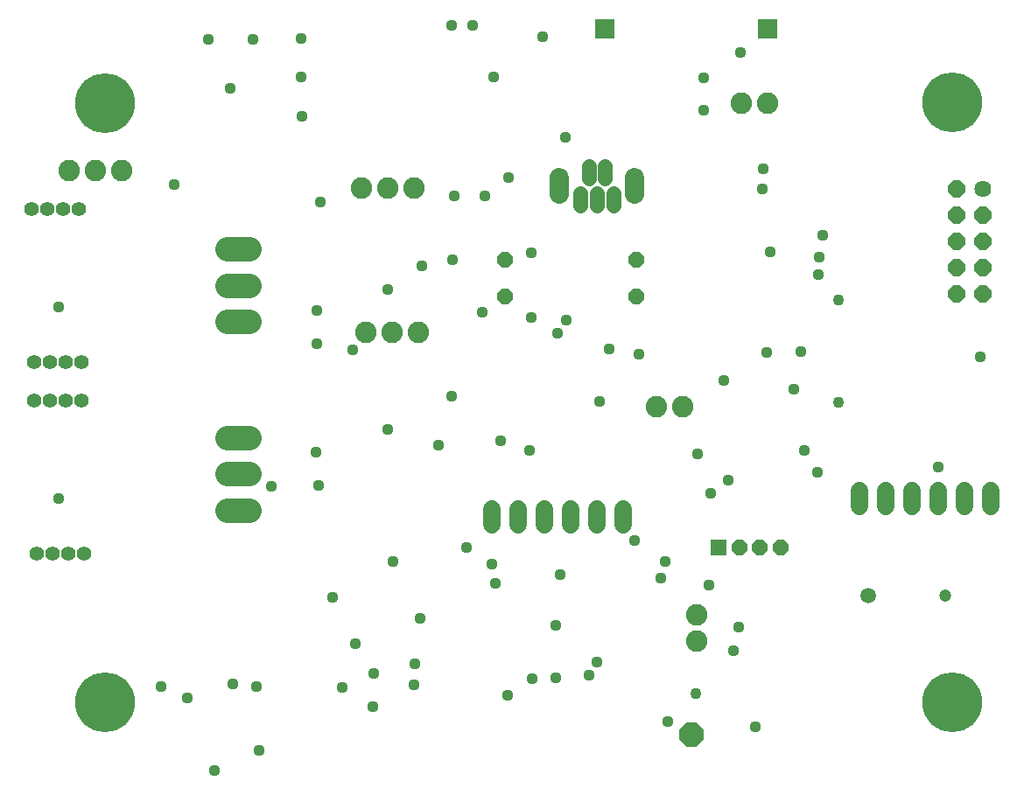
<source format=gbs>
G75*
%MOIN*%
%OFA0B0*%
%FSLAX25Y25*%
%IPPOS*%
%LPD*%
%AMOC8*
5,1,8,0,0,1.08239X$1,22.5*
%
%ADD10C,0.08200*%
%ADD11C,0.06800*%
%ADD12C,0.05556*%
%ADD13C,0.07400*%
%ADD14OC8,0.06000*%
%ADD15C,0.06400*%
%ADD16OC8,0.06400*%
%ADD17C,0.09200*%
%ADD18C,0.04737*%
%ADD19C,0.05918*%
%ADD20OC8,0.09300*%
%ADD21R,0.06000X0.06000*%
%ADD22C,0.22800*%
%ADD23C,0.04369*%
%ADD24R,0.07296X0.07296*%
%ADD25C,0.05550*%
%ADD26C,0.04300*%
D10*
X0294744Y0114994D03*
X0294744Y0124994D03*
X0289665Y0204311D03*
X0279665Y0204311D03*
X0188997Y0232816D03*
X0178997Y0232816D03*
X0168997Y0232816D03*
X0167326Y0287631D03*
X0177326Y0287631D03*
X0187326Y0287631D03*
X0075694Y0294290D03*
X0065694Y0294290D03*
X0055694Y0294290D03*
X0311827Y0319878D03*
X0321827Y0319878D03*
D11*
X0356827Y0172531D02*
X0356827Y0166531D01*
X0366827Y0166531D02*
X0366827Y0172531D01*
X0376827Y0172531D02*
X0376827Y0166531D01*
X0386827Y0166531D02*
X0386827Y0172531D01*
X0396827Y0172531D02*
X0396827Y0166531D01*
X0406827Y0166531D02*
X0406827Y0172531D01*
X0266827Y0165531D02*
X0266827Y0159531D01*
X0256827Y0159531D02*
X0256827Y0165531D01*
X0246827Y0165531D02*
X0246827Y0159531D01*
X0236827Y0159531D02*
X0236827Y0165531D01*
X0226827Y0165531D02*
X0226827Y0159531D01*
X0216827Y0159531D02*
X0216827Y0165531D01*
D12*
X0250528Y0281035D02*
X0250528Y0285791D01*
X0256827Y0285791D02*
X0256827Y0281035D01*
X0263126Y0281035D02*
X0263126Y0285791D01*
X0259976Y0291271D02*
X0259976Y0296027D01*
X0253677Y0296027D02*
X0253677Y0291271D01*
D13*
X0242457Y0291831D02*
X0242457Y0285231D01*
X0271197Y0285231D02*
X0271197Y0291831D01*
D14*
X0271834Y0260256D03*
X0271827Y0246531D03*
X0221827Y0246531D03*
X0221834Y0260256D03*
X0311091Y0150740D03*
X0318965Y0150740D03*
X0326839Y0150740D03*
D15*
X0403827Y0287531D03*
D16*
X0403827Y0277531D03*
X0393827Y0277531D03*
X0393827Y0287531D03*
X0393827Y0267531D03*
X0403827Y0267531D03*
X0403827Y0257531D03*
X0393827Y0257531D03*
X0393827Y0247531D03*
X0403827Y0247531D03*
D17*
X0124583Y0250531D02*
X0116183Y0250531D01*
X0116183Y0236752D02*
X0124583Y0236752D01*
X0124583Y0264311D02*
X0116183Y0264311D01*
X0116202Y0192390D02*
X0124602Y0192390D01*
X0124602Y0178610D02*
X0116202Y0178610D01*
X0116202Y0164831D02*
X0124602Y0164831D01*
D18*
X0389606Y0132531D03*
D19*
X0360079Y0132531D03*
D20*
X0292827Y0079531D03*
D21*
X0303217Y0150740D03*
D22*
X0392316Y0091741D03*
X0069504Y0091748D03*
X0069504Y0320134D03*
X0392316Y0320205D03*
D23*
X0111181Y0065772D03*
X0128277Y0073451D03*
X0100827Y0093531D03*
X0090981Y0097572D03*
X0118329Y0098675D03*
X0127249Y0097756D03*
X0159827Y0097531D03*
X0171731Y0102611D03*
X0187008Y0098505D03*
X0187617Y0106532D03*
X0164963Y0114011D03*
X0189369Y0123605D03*
X0218327Y0137031D03*
X0216709Y0144505D03*
X0207053Y0150807D03*
X0179141Y0145415D03*
X0156141Y0131626D03*
X0232260Y0100579D03*
X0241327Y0101031D03*
X0253717Y0101979D03*
X0256827Y0107031D03*
X0241327Y0121031D03*
X0242899Y0140347D03*
X0271204Y0153242D03*
X0282827Y0145531D03*
X0281283Y0139079D03*
X0299376Y0136510D03*
X0310827Y0120531D03*
X0308827Y0111531D03*
X0283827Y0084531D03*
X0317202Y0082486D03*
X0222827Y0094531D03*
X0171376Y0089939D03*
X0051827Y0169531D03*
X0132900Y0174058D03*
X0150840Y0174509D03*
X0149851Y0186884D03*
X0177040Y0195573D03*
X0196596Y0189656D03*
X0220089Y0191233D03*
X0231292Y0187735D03*
X0257827Y0206531D03*
X0272827Y0224531D03*
X0261644Y0226495D03*
X0245089Y0237233D03*
X0241827Y0232531D03*
X0231890Y0238531D03*
X0213089Y0240233D03*
X0190262Y0257928D03*
X0201827Y0260531D03*
X0177115Y0249112D03*
X0150238Y0240921D03*
X0150085Y0228245D03*
X0163714Y0226012D03*
X0201589Y0208233D03*
X0295089Y0186233D03*
X0306677Y0176531D03*
X0300252Y0171531D03*
X0335815Y0187788D03*
X0340787Y0179374D03*
X0386827Y0181531D03*
X0331805Y0211140D03*
X0305192Y0214240D03*
X0321598Y0225179D03*
X0334370Y0225523D03*
X0341006Y0254654D03*
X0341547Y0261536D03*
X0342840Y0269870D03*
X0322899Y0263240D03*
X0319702Y0287281D03*
X0320321Y0294947D03*
X0297428Y0317444D03*
X0297408Y0329808D03*
X0311371Y0339384D03*
X0244827Y0307031D03*
X0223111Y0291831D03*
X0214215Y0284803D03*
X0202415Y0284678D03*
X0231827Y0263031D03*
X0151609Y0282359D03*
X0095742Y0288934D03*
X0144550Y0315191D03*
X0144274Y0329900D03*
X0144234Y0344825D03*
X0125794Y0344526D03*
X0108720Y0344341D03*
X0117155Y0325834D03*
X0201429Y0349571D03*
X0209429Y0349571D03*
X0236139Y0345421D03*
X0217620Y0329941D03*
X0051827Y0242531D03*
X0402827Y0223531D03*
D24*
X0321827Y0348531D03*
X0259827Y0348531D03*
D25*
X0059567Y0279777D03*
X0053567Y0279777D03*
X0047567Y0279777D03*
X0041567Y0279777D03*
X0042567Y0221277D03*
X0048567Y0221277D03*
X0054567Y0221277D03*
X0060567Y0221277D03*
X0060567Y0206777D03*
X0054567Y0206777D03*
X0048567Y0206777D03*
X0042567Y0206777D03*
X0043567Y0148277D03*
X0049567Y0148277D03*
X0055567Y0148277D03*
X0061567Y0148277D03*
D26*
X0294640Y0095122D03*
X0348827Y0206031D03*
X0348827Y0245031D03*
M02*

</source>
